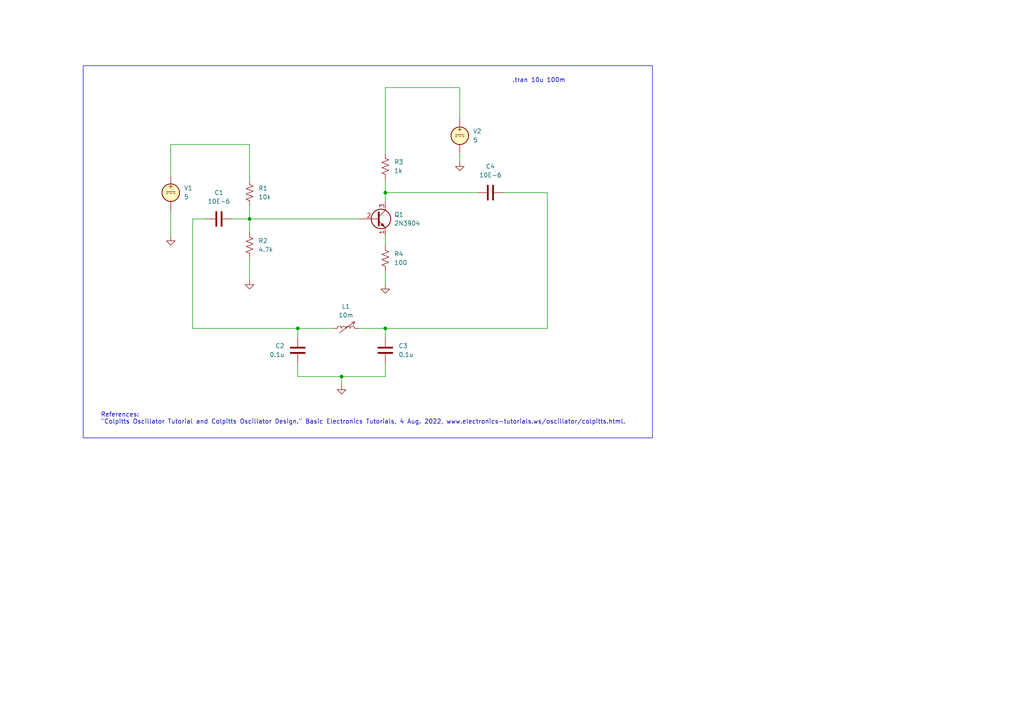
<source format=kicad_sch>
(kicad_sch (version 20230121) (generator eeschema)
  (paper "A4")
  (lib_symbols
    (symbol "Device:C" (pin_numbers hide) (pin_names (offset 0.254))
      (property "Reference" "C" (at 0.635 2.54 0))
      (property "Value" "C" (at 0.635 -2.54 0))
      (symbol "C_0_1"
        (polyline (pts (xy -2.032 -0.762) (xy 2.032 -0.762)) (stroke (width 0.508)))
        (polyline (pts (xy -2.032 0.762) (xy 2.032 0.762)) (stroke (width 0.508)))
      )
      (symbol "C_1_1"
        (pin passive line (at 0 3.81 270) (length 2.794) (name "~") (number "1"))
        (pin passive line (at 0 -3.81 90) (length 2.794) (name "~") (number "2"))
      )
    )
    (symbol "Device:L_Trim" (pin_numbers hide) (pin_names (offset 1.016) hide)
      (property "Reference" "L" (at -1.905 0 90))
      (property "Value" "L_Trim" (at 3.175 0 90))
      (symbol "L_Trim_0_1"
        (arc (start 0 -2.54) (mid 0.6323 -1.905) (end 0 -1.27))
        (arc (start 0 -1.27) (mid 0.6323 -0.635) (end 0 0))
        (polyline (pts (xy -1.27 -1.905) (xy 1.905 2.54)))
        (polyline (pts (xy 1.905 2.54) (xy 1.016 2.159)))
        (polyline (pts (xy 1.905 2.54) (xy 1.778 1.651)))
        (arc (start 0 0) (mid 0.6323 0.635) (end 0 1.27))
        (arc (start 0 1.27) (mid 0.6323 1.905) (end 0 2.54))
      )
      (symbol "L_Trim_1_1"
        (pin passive line (at 0 3.81 270) (length 1.27) (name "1") (number "1"))
        (pin passive line (at 0 -3.81 90) (length 1.27) (name "2") (number "2"))
      )
    )
    (symbol "Device:R_US" (pin_numbers hide) (pin_names (offset 0))
      (property "Reference" "R" (at 2.54 0 90))
      (property "Value" "R_US" (at -2.54 0 90))
      (symbol "R_US_0_1"
        (polyline (pts (xy 0 -2.286) (xy 0 -2.54)))
        (polyline (pts (xy 0 2.286) (xy 0 2.54)))
        (polyline (pts (xy 0 -0.762) (xy 1.016 -1.143) (xy 0 -1.524) (xy -1.016 -1.905) (xy 0 -2.286)))
        (polyline (pts (xy 0 0.762) (xy 1.016 0.381) (xy 0 0) (xy -1.016 -0.381) (xy 0 -0.762)))
        (polyline (pts (xy 0 2.286) (xy 1.016 1.905) (xy 0 1.524) (xy -1.016 1.143) (xy 0 0.762)))
      )
      (symbol "R_US_1_1"
        (pin passive line (at 0 3.81 270) (length 1.27) (name "~") (number "1"))
        (pin passive line (at 0 -3.81 90) (length 1.27) (name "~") (number "2"))
      )
    )
    (symbol "Simulation_SPICE:VDC" (pin_numbers hide) (pin_names (offset 0.0254))
      (property "Reference" "V" (at 2.54 2.54 0))
      (property "Value" "1" (at 2.54 0 0))
      (symbol "VDC_0_0"
        (polyline (pts (xy -1.27 0.254) (xy 1.27 0.254)))
        (polyline (pts (xy -0.762 -0.254) (xy -1.27 -0.254)))
        (polyline (pts (xy 0.254 -0.254) (xy -0.254 -0.254)))
        (polyline (pts (xy 1.27 -0.254) (xy 0.762 -0.254)))
        (text "+" (at 0 1.905 0) (effects (font (size 1.27 1.27))))
      )
      (symbol "VDC_0_1"
        (circle (center 0 0) (radius 2.54) (stroke (width 0.254)) (fill (type background)))
      )
      (symbol "VDC_1_1"
        (pin passive line (at 0 5.08 270) (length 2.54) (name "~") (number "1"))
        (pin passive line (at 0 -5.08 90) (length 2.54) (name "~") (number "2"))
      )
    )
    (symbol "Transistor_BJT:2N3904" (pin_names (offset 0) hide)
      (property "Reference" "Q" (at 5.08 1.905 0))
      (property "Value" "2N3904" (at 5.08 0 0))
      (symbol "2N3904_0_1"
        (polyline (pts (xy 0.635 0.635) (xy 2.54 2.54)))
        (polyline (pts (xy 0.635 -0.635) (xy 2.54 -2.54) (xy 2.54 -2.54)))
        (polyline (pts (xy 0.635 1.905) (xy 0.635 -1.905) (xy 0.635 -1.905)) (stroke (width 0.508)))
        (polyline (pts (xy 1.27 -1.778) (xy 1.778 -1.27) (xy 2.286 -2.286) (xy 1.27 -1.778) (xy 1.27 -1.778)) (fill (type outline)))
        (circle (center 1.27 0) (radius 2.8194) (stroke (width 0.254)))
      )
      (symbol "2N3904_1_1"
        (pin passive line (at 2.54 -5.08 90) (length 2.54) (name "E") (number "1"))
        (pin passive line (at -5.08 0 0) (length 5.715) (name "B") (number "2"))
        (pin passive line (at 2.54 5.08 270) (length 2.54) (name "C") (number "3"))
      )
    )
    (symbol "power:GND" (power) (pin_names (offset 0))
      (property "Value" "GND" (at 0 -3.81 0))
      (symbol "GND_0_1"
        (polyline (pts (xy 0 0) (xy 0 -1.27) (xy 1.27 -1.27) (xy 0 -2.54) (xy -1.27 -1.27) (xy 0 -1.27)))
      )
      (symbol "GND_1_1"
        (pin power_in line (at 0 0 270) (length 0) hide (name "GND") (number "1"))
      )
    )
  )
  (junction (at 72.39 63.5))
  (junction (at 111.76 95.25))
  (junction (at 99.06 109.22))
  (junction (at 86.36 95.25))
  (junction (at 111.76 55.88))
  (wire (pts (xy 111.76 78.74) (xy 111.76 82.55)))
  (wire (pts (xy 49.53 60.96) (xy 49.53 68.58)))
  (wire (pts (xy 55.88 63.5) (xy 59.69 63.5)))
  (wire (pts (xy 99.06 109.22) (xy 86.36 109.22)))
  (wire (pts (xy 72.39 41.91) (xy 72.39 52.07)))
  (wire (pts (xy 72.39 59.69) (xy 72.39 63.5)))
  (wire (pts (xy 111.76 25.4) (xy 133.35 25.4)))
  (wire (pts (xy 104.14 95.25) (xy 111.76 95.25)))
  (wire (pts (xy 111.76 68.58) (xy 111.76 71.12)))
  (wire (pts (xy 99.06 109.22) (xy 99.06 111.76)))
  (wire (pts (xy 49.53 41.91) (xy 49.53 50.8)))
  (wire (pts (xy 86.36 95.25) (xy 86.36 97.79)))
  (wire (pts (xy 111.76 109.22) (xy 99.06 109.22)))
  (wire (pts (xy 72.39 63.5) (xy 72.39 67.31)))
  (wire (pts (xy 111.76 95.25) (xy 111.76 97.79)))
  (wire (pts (xy 111.76 95.25) (xy 158.75 95.25)))
  (wire (pts (xy 72.39 63.5) (xy 104.14 63.5)))
  (wire (pts (xy 55.88 63.5) (xy 55.88 95.25)))
  (wire (pts (xy 86.36 109.22) (xy 86.36 105.41)))
  (wire (pts (xy 111.76 105.41) (xy 111.76 109.22)))
  (wire (pts (xy 111.76 52.07) (xy 111.76 55.88)))
  (wire (pts (xy 111.76 55.88) (xy 111.76 58.42)))
  (wire (pts (xy 72.39 74.93) (xy 72.39 81.28)))
  (wire (pts (xy 158.75 95.25) (xy 158.75 55.88)))
  (wire (pts (xy 146.05 55.88) (xy 158.75 55.88)))
  (wire (pts (xy 111.76 55.88) (xy 138.43 55.88)))
  (wire (pts (xy 55.88 95.25) (xy 86.36 95.25)))
  (wire (pts (xy 133.35 25.4) (xy 133.35 34.29)))
  (wire (pts (xy 86.36 95.25) (xy 96.52 95.25)))
  (wire (pts (xy 49.53 41.91) (xy 72.39 41.91)))
  (wire (pts (xy 133.35 44.45) (xy 133.35 46.99)))
  (wire (pts (xy 111.76 25.4) (xy 111.76 44.45)))
  (wire (pts (xy 67.31 63.5) (xy 72.39 63.5)))
  (rectangle (start 24.13 19.05) (end 189.23 127))
  (text "References:\n\"Colpitts Oscillator Tutorial and Colpitts Oscillator Design.\" Basic Electronics Tutorials, 4 Aug. 2022, www.electronics-tutorials.ws/oscillator/colpitts.html. " (at 29.21 123.19 0) (effects (font (size 1.27 1.27)) (justify left bottom)))
  (text ".tran 10u 100m\n" (at 148.59 24.13 0) (effects (font (size 1.27 1.27)) (justify left bottom)))
  (symbol (lib_id "Device:C") (at 63.5 63.5 90) (unit 1)
    (property "Reference" "C1" (at 63.5 55.88 90))
    (property "Value" "10E-6" (at 63.5 58.42 90))
  )
  (symbol (lib_id "power:GND") (at 72.39 81.28 0) (unit 1)
    (property "Reference" "#PWR01" (effects hide))
    (property "Value" "GND" (effects hide))
  )
  (symbol (lib_id "Device:R_US") (at 72.39 71.12 0) (unit 1)
    (property "Reference" "R2" (at 74.93 69.85 0) (effects (justify left)))
    (property "Value" "4.7k" (at 74.93 72.39 0) (effects (justify left)))
  )
  (symbol (lib_id "Device:C") (at 86.36 101.6 0) (mirror y) (unit 1)
    (property "Reference" "C2" (at 82.55 100.33 0) (effects (justify left)))
    (property "Value" "0.1u" (at 82.55 102.87 0) (effects (justify left)))
  )
  (symbol (lib_id "power:GND") (at 111.76 82.55 0) (unit 1)
    (property "Reference" "#PWR05" (effects hide))
    (property "Value" "GND" (effects hide))
  )
  (symbol (lib_id "Device:C") (at 111.76 101.6 0) (unit 1)
    (property "Reference" "C3" (at 115.57 100.33 0) (effects (justify left)))
    (property "Value" "0.1u" (at 115.57 102.87 0) (effects (justify left)))
  )
  (symbol (lib_id "Device:C") (at 142.24 55.88 90) (unit 1)
    (property "Reference" "C4" (at 142.24 48.26 90))
    (property "Value" "10E-6" (at 142.24 50.8 90))
  )
  (symbol (lib_id "Device:R_US") (at 111.76 48.26 0) (unit 1)
    (property "Reference" "R3" (at 114.3 46.99 0) (effects (justify left)))
    (property "Value" "1k" (at 114.3 49.53 0) (effects (justify left)))
  )
  (symbol (lib_id "Simulation_SPICE:VDC") (at 49.53 55.88 0) (unit 1)
    (property "Reference" "V1" (at 53.34 54.5742 0) (effects (justify left)))
    (property "Value" "5" (at 53.34 57.1142 0) (effects (justify left)))
    (property "Sim.Pins" "1=+ 2=-" (effects hide))
    (property "Sim.Type" "DC" (effects hide))
    (property "Sim.Device" "V" (effects hide))
  )
  (symbol (lib_id "Transistor_BJT:2N3904") (at 109.22 63.5 0) (unit 1)
    (property "Reference" "Q1" (at 114.3 62.23 0) (effects (justify left)))
    (property "Value" "2N3904" (at 114.3 64.77 0) (effects (justify left)))
    (property "Footprint" "Package_TO_SOT_THT:TO-92_Inline" (effects hide))
    (property "Datasheet" "https://www.onsemi.com/pub/Collateral/2N3903-D.PDF" (effects hide))
    (property "Sim.Device" "NPN" (effects hide))
    (property "Sim.Type" "GUMMELPOON" (effects hide))
    (property "Sim.Pins" "1=C 2=B 3=E" (effects hide))
    (property "Sim.Library" "D:\\School\\Homework\\GTA\\Kicad\\Kicad_Files\\library\\2n3904_and_2n3906.lib" (effects hide))
    (property "Sim.Name" "2N3904" (effects hide))
    (property "Sim.Params" "is=10000a" (effects hide))
  )
  (symbol (lib_id "Device:L_Trim") (at 100.33 95.25 270) (mirror x) (unit 1)
    (property "Reference" "L1" (at 100.33 88.9 90))
    (property "Value" "10m" (at 100.33 91.44 90))
  )
  (symbol (lib_id "Device:R_US") (at 111.76 74.93 0) (unit 1)
    (property "Reference" "R4" (at 114.3 73.66 0) (effects (justify left)))
    (property "Value" "100" (at 114.3 76.2 0) (effects (justify left)))
  )
  (symbol (lib_id "power:GND") (at 133.35 46.99 0) (unit 1)
    (property "Reference" "#PWR06" (effects hide))
    (property "Value" "GND" (effects hide))
  )
  (symbol (lib_id "power:GND") (at 99.06 111.76 0) (unit 1)
    (property "Reference" "#PWR03" (effects hide))
    (property "Value" "GND" (effects hide))
  )
  (symbol (lib_id "Simulation_SPICE:VDC") (at 133.35 39.37 0) (unit 1)
    (property "Reference" "V2" (at 137.16 38.0642 0) (effects (justify left)))
    (property "Value" "5" (at 137.16 40.6042 0) (effects (justify left)))
    (property "Sim.Pins" "1=+ 2=-" (effects hide))
    (property "Sim.Type" "DC" (effects hide))
    (property "Sim.Device" "V" (effects hide))
  )
  (symbol (lib_id "Device:R_US") (at 72.39 55.88 0) (unit 1)
    (property "Reference" "R1" (at 74.93 54.61 0) (effects (justify left)))
    (property "Value" "10k" (at 74.93 57.15 0) (effects (justify left)))
  )
  (symbol (lib_id "power:GND") (at 49.53 68.58 0) (unit 1)
    (property "Reference" "#PWR02" (effects hide))
    (property "Value" "GND" (effects hide))
  )
)
</source>
